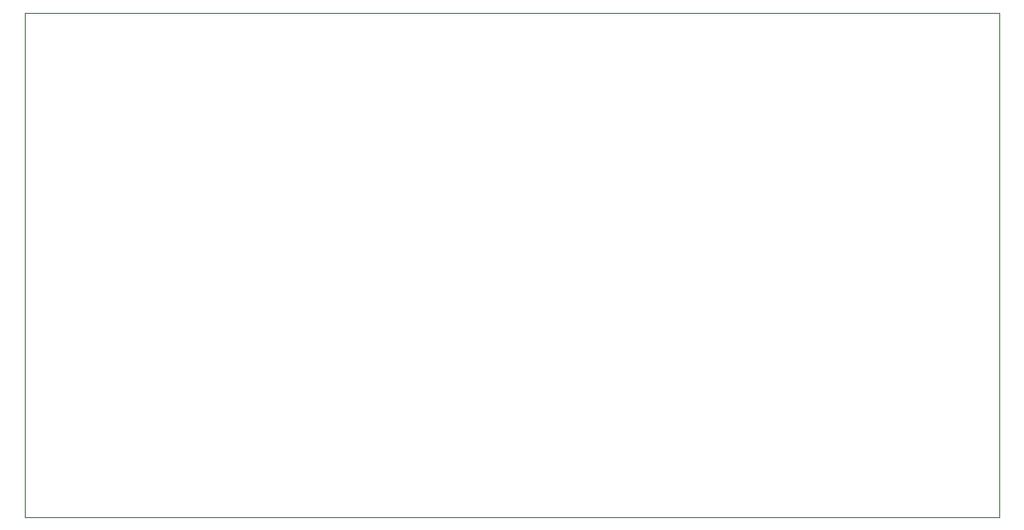
<source format=gbr>
%TF.GenerationSoftware,KiCad,Pcbnew,(5.1.10-1-10_14)*%
%TF.CreationDate,2021-12-18T11:36:21-05:00*%
%TF.ProjectId,control-unit,636f6e74-726f-46c2-9d75-6e69742e6b69,rev?*%
%TF.SameCoordinates,Original*%
%TF.FileFunction,Profile,NP*%
%FSLAX46Y46*%
G04 Gerber Fmt 4.6, Leading zero omitted, Abs format (unit mm)*
G04 Created by KiCad (PCBNEW (5.1.10-1-10_14)) date 2021-12-18 11:36:21*
%MOMM*%
%LPD*%
G01*
G04 APERTURE LIST*
%TA.AperFunction,Profile*%
%ADD10C,0.050000*%
%TD*%
G04 APERTURE END LIST*
D10*
X190246000Y-120142000D02*
X190246000Y-121158000D01*
X106934000Y-120142000D02*
X106934000Y-121158000D01*
X106934000Y-77978000D02*
X108458000Y-77978000D01*
X106934000Y-120142000D02*
X106934000Y-77978000D01*
X190246000Y-121158000D02*
X106934000Y-121158000D01*
X190246000Y-77978000D02*
X190246000Y-120142000D01*
X108458000Y-77978000D02*
X190246000Y-77978000D01*
M02*

</source>
